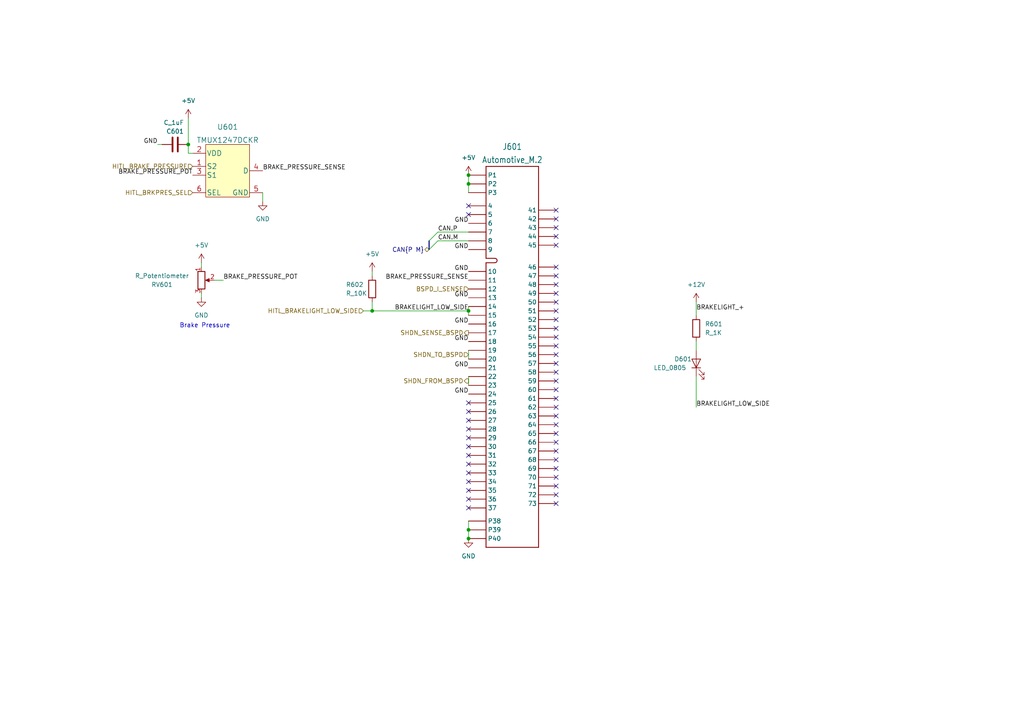
<source format=kicad_sch>
(kicad_sch (version 20211123) (generator eeschema)
  (paper "A4")
  (lib_symbols
    (symbol "+5V_1" (power) (pin_names (offset 0))
      (property "Value" "+5V_1" (at 0 3.556 0))
      (symbol "+5V_1_0_1"
        (polyline (pts (xy -0.762 1.27) (xy 0 2.54)))
        (polyline (pts (xy 0 0) (xy 0 2.54)))
        (polyline (pts (xy 0 2.54) (xy 0.762 1.27)))
      )
      (symbol "+5V_1_1_1"
        (pin power_in line (at 0 0 90) (length 0) hide (name "+5V") (number "1"))
      )
    )
    (symbol "+5V_2" (power) (pin_names (offset 0))
      (property "Value" "+5V_2" (at 0 3.556 0))
      (symbol "+5V_2_0_1"
        (polyline (pts (xy -0.762 1.27) (xy 0 2.54)))
        (polyline (pts (xy 0 0) (xy 0 2.54)))
        (polyline (pts (xy 0 2.54) (xy 0.762 1.27)))
      )
      (symbol "+5V_2_1_1"
        (pin power_in line (at 0 0 90) (length 0) hide (name "+5V") (number "1"))
      )
    )
    (symbol "Device:R_Potentiometer" (pin_names (offset 1.016) hide)
      (property "Reference" "RV" (at -4.445 0 90))
      (property "Value" "R_Potentiometer" (at -2.54 0 90))
      (symbol "R_Potentiometer_0_1"
        (polyline (pts (xy 2.54 0) (xy 1.524 0)))
        (polyline (pts (xy 1.143 0) (xy 2.286 0.508) (xy 2.286 -0.508) (xy 1.143 0)) (fill (type outline)))
        (rectangle (start 1.016 2.54) (end -1.016 -2.54) (stroke (width 0.254)))
      )
      (symbol "R_Potentiometer_1_1"
        (pin passive line (at 0 3.81 270) (length 1.27) (name "1") (number "1"))
        (pin passive line (at 3.81 0 180) (length 1.27) (name "2") (number "2"))
        (pin passive line (at 0 -3.81 90) (length 1.27) (name "3") (number "3"))
      )
    )
    (symbol "GND_1" (power) (pin_names (offset 0))
      (property "Value" "GND_1" (at 0 -3.81 0))
      (symbol "GND_1_0_1"
        (polyline (pts (xy 0 0) (xy 0 -1.27) (xy 1.27 -1.27) (xy 0 -2.54) (xy -1.27 -1.27) (xy 0 -1.27)))
      )
      (symbol "GND_1_1_1"
        (pin power_in line (at 0 0 270) (length 0) hide (name "GND") (number "1"))
      )
    )
    (symbol "formula:Automotive_M.2"
      (property "Reference" "J?" (at 1.27 49.53 0))
      (property "Value" "Automotive_M.2" (at 7.62 45.72 0))
      (symbol "Automotive_M.2_0_1"
        (arc (start -5.0436 15.2415) (mid -4.4198 15.8765) (end -5.0436 16.5115) (stroke (width 0.25)))
        (polyline (pts (xy -7.62 15.24) (xy -5.08 15.24)) (stroke (width 0.25)))
        (polyline (pts (xy -7.62 16.51) (xy -5.08 16.51)) (stroke (width 0.25)))
        (polyline (pts (xy -7.62 43.18) (xy -7.62 16.51)) (stroke (width 0.25)))
        (polyline (pts (xy 7.62 -67.31) (xy -7.62 -67.31)) (stroke (width 0.25)))
      )
      (symbol "Automotive_M.2_1_0"
        (polyline (pts (xy -7.62 -67.31) (xy -7.62 15.24)) (stroke (width 0.254)))
        (polyline (pts (xy 7.62 43.18) (xy -7.62 43.18)) (stroke (width 0.254)))
        (polyline (pts (xy 7.62 43.18) (xy 7.62 -67.31)) (stroke (width 0.254)))
        (pin bidirectional line (at -12.7 12.7 0) (length 5.08) (name "10") (number "10"))
        (pin bidirectional line (at -12.7 10.16 0) (length 5.08) (name "11") (number "11"))
        (pin bidirectional line (at -12.7 7.62 0) (length 5.08) (name "12") (number "12"))
        (pin bidirectional line (at -12.7 5.08 0) (length 5.08) (name "13") (number "13"))
        (pin bidirectional line (at -12.7 2.54 0) (length 5.08) (name "14") (number "14"))
        (pin bidirectional line (at -12.7 0 0) (length 5.08) (name "15") (number "15"))
        (pin bidirectional line (at -12.7 -2.54 0) (length 5.08) (name "16") (number "16"))
        (pin bidirectional line (at -12.7 -5.08 0) (length 5.08) (name "17") (number "17"))
        (pin bidirectional line (at -12.7 -7.62 0) (length 5.08) (name "18") (number "18"))
        (pin bidirectional line (at -12.7 -10.16 0) (length 5.08) (name "19") (number "19"))
        (pin bidirectional line (at -12.7 -12.7 0) (length 5.08) (name "20") (number "20"))
        (pin bidirectional line (at -12.7 -15.24 0) (length 5.08) (name "21") (number "21"))
        (pin bidirectional line (at -12.7 -17.78 0) (length 5.08) (name "22") (number "22"))
        (pin bidirectional line (at -12.7 -20.32 0) (length 5.08) (name "23") (number "23"))
        (pin bidirectional line (at -12.7 -22.86 0) (length 5.08) (name "24") (number "24"))
        (pin bidirectional line (at -12.7 -25.4 0) (length 5.08) (name "25") (number "25"))
        (pin bidirectional line (at -12.7 -27.94 0) (length 5.08) (name "26") (number "26"))
        (pin bidirectional line (at -12.7 -30.48 0) (length 5.08) (name "27") (number "27"))
        (pin bidirectional line (at -12.7 -33.02 0) (length 5.08) (name "28") (number "28"))
        (pin bidirectional line (at -12.7 -35.56 0) (length 5.08) (name "29") (number "29"))
        (pin bidirectional line (at -12.7 -38.1 0) (length 5.08) (name "30") (number "30"))
        (pin bidirectional line (at -12.7 -40.64 0) (length 5.08) (name "31") (number "31"))
        (pin bidirectional line (at -12.7 -43.18 0) (length 5.08) (name "32") (number "32"))
        (pin bidirectional line (at -12.7 -45.72 0) (length 5.08) (name "33") (number "33"))
        (pin bidirectional line (at -12.7 -48.26 0) (length 5.08) (name "34") (number "34"))
        (pin bidirectional line (at -12.7 -50.8 0) (length 5.08) (name "35") (number "35"))
        (pin bidirectional line (at -12.7 -53.34 0) (length 5.08) (name "36") (number "36"))
        (pin bidirectional line (at -12.7 -55.88 0) (length 5.08) (name "37") (number "37"))
        (pin bidirectional line (at -12.7 31.75 0) (length 5.08) (name "4") (number "4"))
        (pin bidirectional line (at 12.7 30.48 180) (length 5.08) (name "41") (number "41"))
        (pin bidirectional line (at 12.7 27.94 180) (length 5.08) (name "42") (number "42"))
        (pin bidirectional line (at 12.7 25.4 180) (length 5.08) (name "43") (number "43"))
        (pin bidirectional line (at 12.7 22.86 180) (length 5.08) (name "44") (number "44"))
        (pin bidirectional line (at 12.7 20.32 180) (length 5.08) (name "45") (number "45"))
        (pin bidirectional line (at 12.7 13.97 180) (length 5.08) (name "46") (number "46"))
        (pin bidirectional line (at 12.7 11.43 180) (length 5.08) (name "47") (number "47"))
        (pin bidirectional line (at 12.7 8.89 180) (length 5.08) (name "48") (number "48"))
        (pin bidirectional line (at 12.7 6.35 180) (length 5.08) (name "49") (number "49"))
        (pin bidirectional line (at -12.7 29.21 0) (length 5.08) (name "5") (number "5"))
        (pin bidirectional line (at 12.7 3.81 180) (length 5.08) (name "50") (number "50"))
        (pin bidirectional line (at 12.7 1.27 180) (length 5.08) (name "51") (number "51"))
        (pin bidirectional line (at 12.7 -1.27 180) (length 5.08) (name "52") (number "52"))
        (pin bidirectional line (at 12.7 -3.81 180) (length 5.08) (name "53") (number "53"))
        (pin bidirectional line (at 12.7 -6.35 180) (length 5.08) (name "54") (number "54"))
        (pin bidirectional line (at 12.7 -8.89 180) (length 5.08) (name "55") (number "55"))
        (pin bidirectional line (at 12.7 -11.43 180) (length 5.08) (name "56") (number "56"))
        (pin bidirectional line (at 12.7 -13.97 180) (length 5.08) (name "57") (number "57"))
        (pin bidirectional line (at 12.7 -16.51 180) (length 5.08) (name "58") (number "58"))
        (pin bidirectional line (at 12.7 -19.05 180) (length 5.08) (name "59") (number "59"))
        (pin bidirectional line (at -12.7 26.67 0) (length 5.08) (name "6") (number "6"))
        (pin bidirectional line (at 12.7 -21.59 180) (length 5.08) (name "60") (number "60"))
        (pin bidirectional line (at 12.7 -24.13 180) (length 5.08) (name "61") (number "61"))
        (pin bidirectional line (at 12.7 -26.67 180) (length 5.08) (name "62") (number "62"))
        (pin bidirectional line (at 12.7 -29.21 180) (length 5.08) (name "63") (number "63"))
        (pin bidirectional line (at 12.7 -31.75 180) (length 5.08) (name "64") (number "64"))
        (pin bidirectional line (at 12.7 -34.29 180) (length 5.08) (name "65") (number "65"))
        (pin bidirectional line (at 12.7 -36.83 180) (length 5.08) (name "66") (number "66"))
        (pin bidirectional line (at 12.7 -39.37 180) (length 5.08) (name "67") (number "67"))
        (pin bidirectional line (at 12.7 -41.91 180) (length 5.08) (name "68") (number "68"))
        (pin bidirectional line (at 12.7 -44.45 180) (length 5.08) (name "69") (number "69"))
        (pin bidirectional line (at -12.7 24.13 0) (length 5.08) (name "7") (number "7"))
        (pin bidirectional line (at 12.7 -46.99 180) (length 5.08) (name "70") (number "70"))
        (pin bidirectional line (at 12.7 -49.53 180) (length 5.08) (name "71") (number "71"))
        (pin bidirectional line (at 12.7 -52.07 180) (length 5.08) (name "72") (number "72"))
        (pin bidirectional line (at 12.7 -54.61 180) (length 5.08) (name "73") (number "73"))
        (pin bidirectional line (at -12.7 21.59 0) (length 5.08) (name "8") (number "8"))
        (pin bidirectional line (at -12.7 19.05 0) (length 5.08) (name "9") (number "9"))
        (pin bidirectional line (at -12.7 40.64 0) (length 5.08) (name "P1") (number "P1"))
        (pin bidirectional line (at -12.7 38.1 0) (length 5.08) (name "P2") (number "P2"))
        (pin bidirectional line (at -12.7 35.56 0) (length 5.08) (name "P3") (number "P3"))
        (pin bidirectional line (at -12.7 -59.69 0) (length 5.08) (name "P38") (number "P38"))
        (pin bidirectional line (at -12.7 -62.23 0) (length 5.08) (name "P39") (number "P39"))
        (pin bidirectional line (at -12.7 -64.77 0) (length 5.08) (name "P40") (number "P40"))
      )
    )
    (symbol "formula:C_1uF" (pin_numbers hide) (pin_names (offset 0.254))
      (property "Reference" "C" (at 0.635 3.81 0))
      (property "Value" "C_1uF" (at 0.635 -1.27 0))
      (symbol "C_1uF_0_1"
        (polyline (pts (xy -2.032 0.508) (xy 2.032 0.508)) (stroke (width 0.508)))
        (polyline (pts (xy -2.032 2.032) (xy 2.032 2.032)) (stroke (width 0.508)))
      )
      (symbol "C_1uF_1_1"
        (pin passive line (at 0 5.08 270) (length 2.794) (name "~") (number "1"))
        (pin passive line (at 0 -2.54 90) (length 2.794) (name "~") (number "2"))
      )
    )
    (symbol "formula:LED_0805" (pin_numbers hide) (pin_names (offset 1.016) hide)
      (property "Reference" "D" (at 0 -2.54 0))
      (property "Value" "LED_0805" (at 0 2.54 0))
      (symbol "LED_0805_0_1"
        (polyline (pts (xy -1.27 -1.27) (xy -1.27 1.27)) (stroke (width 0.2032)))
        (polyline (pts (xy -1.27 0) (xy 1.27 0)))
        (polyline (pts (xy 1.27 -1.27) (xy 1.27 1.27) (xy -1.27 0) (xy 1.27 -1.27)) (stroke (width 0.2032)))
        (polyline (pts (xy -3.048 -0.762) (xy -4.572 -2.286) (xy -3.81 -2.286) (xy -4.572 -2.286) (xy -4.572 -1.524)))
        (polyline (pts (xy -1.778 -0.762) (xy -3.302 -2.286) (xy -2.54 -2.286) (xy -3.302 -2.286) (xy -3.302 -1.524)))
      )
      (symbol "LED_0805_1_1"
        (pin passive line (at -3.81 0 0) (length 2.54) (name "K") (number "1"))
        (pin passive line (at 3.81 0 180) (length 2.54) (name "A") (number "2"))
      )
    )
    (symbol "formula:R_10K" (pin_numbers hide) (pin_names (offset 0))
      (property "Reference" "R" (at 2.032 0 90))
      (property "Value" "R_10K" (at -2.54 0 90))
      (symbol "R_10K_0_1"
        (rectangle (start -1.016 -2.54) (end 1.016 2.54) (stroke (width 0.254)))
      )
      (symbol "R_10K_1_1"
        (pin passive line (at 0 3.81 270) (length 1.27) (name "~") (number "1"))
        (pin passive line (at 0 -3.81 90) (length 1.27) (name "~") (number "2"))
      )
    )
    (symbol "formula:R_1K" (pin_numbers hide) (pin_names (offset 0))
      (property "Reference" "R" (at 2.032 0 90))
      (property "Value" "R_1K" (at -2.54 0 90))
      (symbol "R_1K_0_1"
        (rectangle (start -1.016 -2.54) (end 1.016 2.54) (stroke (width 0.254)))
      )
      (symbol "R_1K_1_1"
        (pin passive line (at 0 3.81 270) (length 1.27) (name "~") (number "1"))
        (pin passive line (at 0 -3.81 90) (length 1.27) (name "~") (number "2"))
      )
    )
    (symbol "formula:TMUX1247DCKR" (pin_names (offset 0.254))
      (property "Reference" "U" (at 0 12.7 0))
      (property "Value" "TMUX1247DCKR" (at 0 10.16 0))
      (symbol "TMUX1247DCKR_1_1"
        (rectangle (start -6.35 7.62) (end 6.35 -7.62) (fill (type background)))
        (pin bidirectional line (at -10.16 1.27 0) (length 3.81) (name "S2") (number "1"))
        (pin power_in line (at -10.16 5.08 0) (length 3.81) (name "VDD") (number "2"))
        (pin bidirectional line (at -10.16 -1.27 0) (length 3.81) (name "S1") (number "3"))
        (pin bidirectional line (at 10.16 0 180) (length 3.81) (name "D") (number "4"))
        (pin power_in line (at 10.16 -6.35 180) (length 3.81) (name "GND") (number "5"))
        (pin input line (at -10.16 -6.35 0) (length 3.81) (name "SEL") (number "6"))
      )
    )
    (symbol "power:+12V" (power) (pin_names (offset 0))
      (property "Value" "+12V" (at 0 3.556 0))
      (symbol "+12V_0_1"
        (polyline (pts (xy -0.762 1.27) (xy 0 2.54)))
        (polyline (pts (xy 0 0) (xy 0 2.54)))
        (polyline (pts (xy 0 2.54) (xy 0.762 1.27)))
      )
      (symbol "+12V_1_1"
        (pin power_in line (at 0 0 90) (length 0) hide (name "+12V") (number "1"))
      )
    )
    (symbol "power:+5V" (power) (pin_names (offset 0))
      (property "Value" "+5V" (at 0 3.556 0))
      (symbol "+5V_0_1"
        (polyline (pts (xy -0.762 1.27) (xy 0 2.54)))
        (polyline (pts (xy 0 0) (xy 0 2.54)))
        (polyline (pts (xy 0 2.54) (xy 0.762 1.27)))
      )
      (symbol "+5V_1_1"
        (pin power_in line (at 0 0 90) (length 0) hide (name "+5V") (number "1"))
      )
    )
    (symbol "power:GND" (power) (pin_names (offset 0))
      (property "Value" "GND" (at 0 -3.81 0))
      (symbol "GND_0_1"
        (polyline (pts (xy 0 0) (xy 0 -1.27) (xy 1.27 -1.27) (xy 0 -2.54) (xy -1.27 -1.27) (xy 0 -1.27)))
      )
      (symbol "GND_1_1"
        (pin power_in line (at 0 0 270) (length 0) hide (name "GND") (number "1"))
      )
    )
  )
  (junction (at 135.89 153.67))
  (junction (at 135.89 156.21))
  (junction (at 135.89 53.34))
  (junction (at 135.89 90.17))
  (junction (at 107.95 90.17))
  (junction (at 135.89 50.8))
  (junction (at 54.61 41.91))
  (no_connect (at 161.29 115.57))
  (no_connect (at 161.29 66.04))
  (no_connect (at 161.29 138.43))
  (no_connect (at 135.89 62.23))
  (no_connect (at 161.29 105.41))
  (no_connect (at 161.29 82.55))
  (no_connect (at 161.29 80.01))
  (no_connect (at 161.29 68.58))
  (no_connect (at 161.29 146.05))
  (no_connect (at 135.89 121.92))
  (no_connect (at 161.29 140.97))
  (no_connect (at 161.29 123.19))
  (no_connect (at 161.29 63.5))
  (no_connect (at 161.29 125.73))
  (no_connect (at 161.29 95.25))
  (no_connect (at 161.29 60.96))
  (no_connect (at 135.89 139.7))
  (no_connect (at 135.89 134.62))
  (no_connect (at 161.29 71.12))
  (no_connect (at 161.29 110.49))
  (no_connect (at 135.89 142.24))
  (no_connect (at 161.29 128.27))
  (no_connect (at 161.29 133.35))
  (no_connect (at 161.29 143.51))
  (no_connect (at 161.29 120.65))
  (no_connect (at 135.89 144.78))
  (no_connect (at 135.89 129.54))
  (no_connect (at 161.29 113.03))
  (no_connect (at 161.29 130.81))
  (no_connect (at 135.89 147.32))
  (no_connect (at 161.29 92.71))
  (no_connect (at 161.29 87.63))
  (no_connect (at 161.29 85.09))
  (no_connect (at 135.89 124.46))
  (no_connect (at 161.29 102.87))
  (no_connect (at 135.89 119.38))
  (no_connect (at 161.29 107.95))
  (no_connect (at 135.89 132.08))
  (no_connect (at 161.29 77.47))
  (no_connect (at 161.29 135.89))
  (no_connect (at 161.29 100.33))
  (no_connect (at 161.29 118.11))
  (no_connect (at 135.89 137.16))
  (no_connect (at 135.89 127))
  (no_connect (at 161.29 90.17))
  (no_connect (at 135.89 59.69))
  (no_connect (at 135.89 116.84))
  (no_connect (at 161.29 97.79))
  (bus_entry (at 124.46 72.39) (size 2.54 -2.54))
  (bus_entry (at 124.46 69.85) (size 2.54 -2.54))
  (wire (pts (xy 54.61 44.45) (xy 55.88 44.45)))
  (bus (pts (xy 124.46 69.85) (xy 124.46 72.39)))
  (wire (pts (xy 107.95 78.74) (xy 107.95 80.01)))
  (wire (pts (xy 127 67.31) (xy 135.89 67.31)))
  (wire (pts (xy 107.95 90.17) (xy 135.89 90.17)))
  (wire (pts (xy 54.61 34.29) (xy 54.61 41.91)))
  (wire (pts (xy 135.89 151.13) (xy 135.89 153.67)))
  (wire (pts (xy 135.89 88.9) (xy 135.89 90.17)))
  (wire (pts (xy 135.89 101.6) (xy 135.89 104.14)))
  (wire (pts (xy 201.93 109.22) (xy 201.93 118.11)))
  (wire (pts (xy 105.41 90.17) (xy 107.95 90.17)))
  (wire (pts (xy 135.89 53.34) (xy 135.89 55.88)))
  (wire (pts (xy 135.89 153.67) (xy 135.89 156.21)))
  (wire (pts (xy 58.42 86.36) (xy 58.42 85.09)))
  (wire (pts (xy 135.89 50.8) (xy 135.89 53.34)))
  (wire (pts (xy 107.95 87.63) (xy 107.95 90.17)))
  (wire (pts (xy 58.42 76.2) (xy 58.42 77.47)))
  (wire (pts (xy 127 69.85) (xy 135.89 69.85)))
  (wire (pts (xy 135.89 109.22) (xy 135.89 111.76)))
  (wire (pts (xy 54.61 41.91) (xy 54.61 44.45)))
  (wire (pts (xy 201.93 99.06) (xy 201.93 101.6)))
  (wire (pts (xy 64.77 81.28) (xy 62.23 81.28)))
  (wire (pts (xy 135.89 90.17) (xy 135.89 91.44)))
  (wire (pts (xy 201.93 87.63) (xy 201.93 91.44)))
  (wire (pts (xy 45.72 41.91) (xy 46.99 41.91)))
  (wire (pts (xy 76.2 55.88) (xy 76.2 58.42)))
  (text "Brake Pressure" (at 52.07 95.25 0) (effects (font (size 1.27 1.27)) (justify left bottom)))
  (label "GND" (at 135.89 93.98 180))
  (label "GND" (at 135.89 72.39 180))
  (label "GND" (at 135.89 64.77 180))
  (label "GND" (at 135.89 114.3 180))
  (label "GND" (at 135.89 86.36 180))
  (label "GND" (at 135.89 99.06 180))
  (label "BRAKE_PRESSURE_SENSE" (at 76.2 49.53 0))
  (label "BRAKE_PRESSURE_POT" (at 55.88 50.8 180))
  (label "BRAKELIGHT_LOW_SIDE" (at 201.93 118.11 0))
  (label "CAN.P" (at 127 67.31 0))
  (label "GND" (at 45.72 41.91 180))
  (label "BRAKE_PRESSURE_SENSE" (at 135.89 81.28 180))
  (label "BRAKELIGHT_+" (at 201.93 90.17 0))
  (label "GND" (at 135.89 78.74 180))
  (label "GND" (at 135.89 106.68 180))
  (label "CAN.M" (at 127 69.85 0))
  (label "BRAKELIGHT_LOW_SIDE" (at 135.89 90.17 180))
  (label "BRAKE_PRESSURE_POT" (at 64.77 81.28 0))
  (hierarchical_label "HITL_BRAKE_PRESSURE" (shape input) (at 55.88 48.26 180))
  (hierarchical_label "SHDN_FROM_BSPD" (shape output) (at 135.89 110.49 180))
  (hierarchical_label "SHDN_SENSE_BSPD" (shape output) (at 135.89 96.52 180))
  (hierarchical_label "CAN{P M}" (shape bidirectional) (at 124.46 72.39 180))
  (hierarchical_label "SHDN_TO_BSPD" (shape input) (at 135.89 102.87 180))
  (hierarchical_label "HITL_BRKPRES_SEL" (shape input) (at 55.88 55.88 180))
  (hierarchical_label "HITL_BRAKELIGHT_LOW_SIDE" (shape input) (at 105.41 90.17 180))
  (hierarchical_label "BSPD_I_SENSE" (shape input) (at 135.89 83.82 180))
  (symbol (lib_id "power:+12V") (at 201.93 87.63 0) (unit 1)
    (property "Reference" "#PWR?" (effects hide))
    (property "Value" "+12V" (at 201.93 82.55 0))
  )
  (symbol (lib_id "formula:Automotive_M.2") (at 148.59 91.44 0) (unit 1)
    (property "Reference" "J601" (at 148.59 42.545 0) (effects (font (size 1.778 1.5113))))
    (property "Value" "Automotive_M.2" (at 148.59 46.355 0) (effects (font (size 1.778 1.5113))))
    (property "Footprint" "footprints:Automotive_M.2" (effects hide))
  )
  (symbol (lib_id "power:+5V") (at 58.42 76.2 0) (unit 1)
    (property "Reference" "#PWR?" (effects hide))
    (property "Value" "+5V" (at 58.42 71.12 0))
  )
  (symbol (lib_id "formula:LED_0805") (at 201.93 105.41 90) (unit 1)
    (property "Reference" "D601" (at 198.12 104.14 90))
    (property "Value" "LED_0805" (at 194.31 106.68 90))
    (property "Footprint" "footprints:LED_0805_OEM" (effects hide))
    (property "Datasheet" "http://www.osram-os.com/Graphics/XPic9/00078860_0.pdf" (effects hide))
    (property "MFN" "DK" (effects hide))
    (property "MPN" "475-1410-1-ND" (effects hide))
    (property "PurchasingLink" "https://www.digikey.com/products/en?keywords=475-1410-1-ND" (effects hide))
  )
  (symbol (lib_id "formula:C_1uF") (at 52.07 41.91 90) (unit 1)
    (property "Reference" "C601" (at 53.34 38.1 90) (effects (justify left)))
    (property "Value" "C_1uF" (at 53.34 35.56 90) (effects (justify left)))
    (property "Footprint" "footprints:C_0805_OEM" (effects hide))
    (property "Datasheet" "https://media.digikey.com/pdf/Data%20Sheets/Samsung%20PDFs/CL21B105KBFNNNG_Spec.pdf" (effects hide))
    (property "PurchasingLink" "https://www.digikey.com/en/products/detail/samsung-electro-mechanics/CL21B105KBFNNNG/3894467" (effects hide))
    (property "MFN" "DK" (effects hide))
    (property "MPN" "1276-6470-1-ND" (effects hide))
  )
  (symbol (lib_id "formula:R_1K") (at 201.93 95.25 0) (unit 1)
    (property "Reference" "R601" (at 204.47 93.9799 0) (effects (justify left)))
    (property "Value" "R_1K" (at 204.47 96.5199 0) (effects (justify left)))
    (property "Footprint" "footprints:R_0805_OEM" (effects hide))
    (property "Datasheet" "https://www.seielect.com/Catalog/SEI-rncp.pdf" (effects hide))
    (property "MFN" "DK" (effects hide))
    (property "MPN" "RNCP0805FTD1K00CT-ND" (effects hide))
    (property "PurchasingLink" "https://www.digikey.com/products/en?keywords=RNCP0805FTD1K00CT-ND" (effects hide))
  )
  (symbol (lib_id "power:GND") (at 58.42 86.36 0) (unit 1)
    (property "Reference" "#PWR?" (effects hide))
    (property "Value" "GND" (at 58.42 91.44 0))
  )
  (symbol (lib_name "GND_1") (lib_id "power:GND") (at 135.89 156.21 0) (unit 1)
    (property "Reference" "#PWR?" (effects hide))
    (property "Value" "GND" (at 135.89 161.29 0))
  )
  (symbol (lib_id "formula:TMUX1247DCKR") (at 66.04 49.53 0) (unit 1)
    (property "Reference" "U601" (at 66.04 36.83 0) (effects (font (size 1.524 1.524))))
    (property "Value" "TMUX1247DCKR" (at 66.04 40.64 0) (effects (font (size 1.524 1.524))))
    (property "Footprint" "footprints:TMUX1247DCKR" (effects hide))
    (property "Datasheet" "https://www.ti.com/lit/ds/symlink/tmux1247.pdf" (effects hide))
  )
  (symbol (lib_id "power:+5V") (at 54.61 34.29 0) (unit 1)
    (property "Reference" "#PWR?" (effects hide))
    (property "Value" "+5V" (at 54.61 29.21 0))
  )
  (symbol (lib_id "formula:R_10K") (at 107.95 83.82 0) (unit 1)
    (property "Reference" "R602" (at 100.33 82.55 0) (effects (justify left)))
    (property "Value" "R_10K" (at 100.33 85.09 0) (effects (justify left)))
    (property "Footprint" "footprints:R_0805_OEM" (effects hide))
    (property "Datasheet" "http://www.bourns.com/data/global/pdfs/CRS.pdf" (effects hide))
    (property "MFN" "DK" (effects hide))
    (property "MPN" "CRS0805-FX-1002ELFCT-ND" (effects hide))
    (property "PurchasingLink" "https://www.digikey.com/products/en?keywords=CRS0805-FX-1002ELFCT-ND" (effects hide))
  )
  (symbol (lib_id "power:GND") (at 76.2 58.42 0) (unit 1)
    (property "Reference" "#PWR?" (effects hide))
    (property "Value" "GND" (at 76.2 63.5 0))
  )
  (symbol (lib_id "Device:R_Potentiometer") (at 58.42 81.28 0) (unit 1)
    (property "Reference" "RV601" (at 46.99 82.55 0))
    (property "Value" "R_Potentiometer" (at 46.99 80.01 0))
    (property "Footprint" "footprints:PTV09A4020FB103" (effects hide))
  )
  (symbol (lib_name "+5V_1") (lib_id "power:+5V") (at 135.89 50.8 0) (unit 1)
    (property "Reference" "#PWR?" (effects hide))
    (property "Value" "+5V" (at 135.89 45.72 0))
  )
  (symbol (lib_name "+5V_2") (lib_id "power:+5V") (at 107.95 78.74 0) (unit 1)
    (property "Reference" "#PWR?" (effects hide))
    (property "Value" "+5V" (at 107.95 73.66 0))
  )
)
</source>
